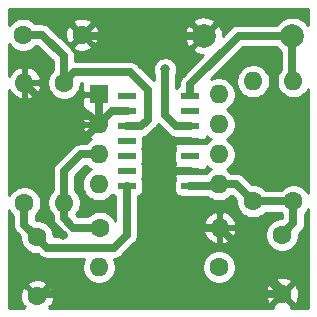
<source format=gbr>
%TF.GenerationSoftware,KiCad,Pcbnew,(5.1.6)-1*%
%TF.CreationDate,2022-09-30T16:18:59-07:00*%
%TF.ProjectId,Single VR Conditioner,53696e67-6c65-4205-9652-20436f6e6469,rev?*%
%TF.SameCoordinates,Original*%
%TF.FileFunction,Copper,L1,Top*%
%TF.FilePolarity,Positive*%
%FSLAX46Y46*%
G04 Gerber Fmt 4.6, Leading zero omitted, Abs format (unit mm)*
G04 Created by KiCad (PCBNEW (5.1.6)-1) date 2022-09-30 16:18:59*
%MOMM*%
%LPD*%
G01*
G04 APERTURE LIST*
%TA.AperFunction,ComponentPad*%
%ADD10O,1.600000X1.600000*%
%TD*%
%TA.AperFunction,ComponentPad*%
%ADD11R,1.600000X1.600000*%
%TD*%
%TA.AperFunction,SMDPad,CuDef*%
%ADD12R,1.500000X0.550000*%
%TD*%
%TA.AperFunction,ComponentPad*%
%ADD13C,1.600000*%
%TD*%
%TA.AperFunction,ComponentPad*%
%ADD14C,2.000000*%
%TD*%
%TA.AperFunction,ViaPad*%
%ADD15C,0.800000*%
%TD*%
%TA.AperFunction,Conductor*%
%ADD16C,0.635000*%
%TD*%
%TA.AperFunction,Conductor*%
%ADD17C,0.381000*%
%TD*%
%TA.AperFunction,Conductor*%
%ADD18C,0.508000*%
%TD*%
%TA.AperFunction,Conductor*%
%ADD19C,0.254000*%
%TD*%
G04 APERTURE END LIST*
D10*
%TO.P,U2,8*%
%TO.N,Net-(U2-Pad8)*%
X144134840Y-85912960D03*
%TO.P,U2,4*%
%TO.N,Net-(U2-Pad4)*%
X133974840Y-93532960D03*
%TO.P,U2,7*%
%TO.N,Vout*%
X144134840Y-88452960D03*
%TO.P,U2,3*%
%TO.N,VR+*%
X133974840Y-90992960D03*
%TO.P,U2,6*%
%TO.N,Net-(U2-Pad6)*%
X144134840Y-90992960D03*
%TO.P,U2,2*%
%TO.N,VR-*%
X133974840Y-88452960D03*
%TO.P,U2,5*%
%TO.N,5Volt*%
X144134840Y-93532960D03*
D11*
%TO.P,U2,1*%
%TO.N,VR-*%
X133974840Y-85912960D03*
%TD*%
D12*
%TO.P,U1,1*%
%TO.N,Net-(U1-Pad1)*%
X136349760Y-86065360D03*
%TO.P,U1,2*%
%TO.N,VR-*%
X136349760Y-87335360D03*
%TO.P,U1,3*%
%TO.N,Net-(C1-Pad1)*%
X136349760Y-88605360D03*
%TO.P,U1,4*%
%TO.N,Net-(U1-Pad4)*%
X136349760Y-89875360D03*
%TO.P,U1,5*%
%TO.N,Net-(U1-Pad5)*%
X136349760Y-91145360D03*
%TO.P,U1,6*%
%TO.N,Net-(U1-Pad6)*%
X136349760Y-92415360D03*
%TO.P,U1,7*%
%TO.N,Net-(C2-Pad1)*%
X136349760Y-93685360D03*
%TO.P,U1,8*%
%TO.N,5Volt*%
X141749760Y-93685360D03*
%TO.P,U1,9*%
%TO.N,VR-*%
X141749760Y-92415360D03*
%TO.P,U1,10*%
%TO.N,Net-(U1-Pad10)*%
X141749760Y-91145360D03*
%TO.P,U1,11*%
%TO.N,VR-*%
X141749760Y-89875360D03*
%TO.P,U1,12*%
%TO.N,Net-(R4-Pad2)*%
X141749760Y-88605360D03*
%TO.P,U1,13*%
%TO.N,Net-(U1-Pad13)*%
X141749760Y-87335360D03*
%TO.P,U1,14*%
%TO.N,Net-(C4-Pad1)*%
X141749760Y-86065360D03*
%TD*%
D13*
%TO.P,C1,2*%
%TO.N,VR-*%
X132579120Y-80853280D03*
%TO.P,C1,1*%
%TO.N,Net-(C1-Pad1)*%
X127579120Y-80853280D03*
%TD*%
%TO.P,C2,1*%
%TO.N,Net-(C2-Pad1)*%
X128747520Y-98003360D03*
%TO.P,C2,2*%
%TO.N,VR-*%
X128747520Y-103003360D03*
%TD*%
%TO.P,C3,1*%
%TO.N,5Volt*%
X149504400Y-97800160D03*
%TO.P,C3,2*%
%TO.N,VR-*%
X149504400Y-102800160D03*
%TD*%
D14*
%TO.P,C4,1*%
%TO.N,Net-(C4-Pad1)*%
X150368000Y-80954880D03*
%TO.P,C4,2*%
%TO.N,VR-*%
X142868000Y-80954880D03*
%TD*%
D10*
%TO.P,R1,2*%
%TO.N,VR-*%
X144236440Y-97195640D03*
D13*
%TO.P,R1,1*%
%TO.N,VR+*%
X134076440Y-97195640D03*
%TD*%
%TO.P,R2,1*%
%TO.N,Net-(C1-Pad1)*%
X131030980Y-84914740D03*
D10*
%TO.P,R2,2*%
%TO.N,VR+*%
X131030980Y-95074740D03*
%TD*%
%TO.P,R3,2*%
%TO.N,VR-*%
X127680720Y-84937600D03*
D13*
%TO.P,R3,1*%
%TO.N,Net-(C2-Pad1)*%
X127680720Y-95097600D03*
%TD*%
%TO.P,R4,1*%
%TO.N,5Volt*%
X147066000Y-94962980D03*
D10*
%TO.P,R4,2*%
%TO.N,Net-(R4-Pad2)*%
X147066000Y-84802980D03*
%TD*%
D13*
%TO.P,R5,1*%
%TO.N,5Volt*%
X150469600Y-94960440D03*
D10*
%TO.P,R5,2*%
%TO.N,Net-(C4-Pad1)*%
X150469600Y-84800440D03*
%TD*%
%TO.P,R6,2*%
%TO.N,Net-(R4-Pad2)*%
X134015480Y-100538280D03*
D13*
%TO.P,R6,1*%
%TO.N,Vout*%
X144175480Y-100538280D03*
%TD*%
D15*
%TO.N,Net-(R4-Pad2)*%
X139598400Y-83784440D03*
%TO.N,VR-*%
X130992880Y-97830640D03*
X132842000Y-95250000D03*
X146558000Y-91694000D03*
X150622000Y-89154000D03*
%TD*%
D16*
%TO.N,Net-(C1-Pad1)*%
X136349760Y-88605360D02*
X137561320Y-88605360D01*
X137561320Y-88605360D02*
X138130280Y-88036400D01*
X138130280Y-88036400D02*
X138130280Y-85552280D01*
X138130280Y-85552280D02*
X136606280Y-84028280D01*
X131917440Y-84028280D02*
X131030980Y-84914740D01*
X136606280Y-84028280D02*
X131917440Y-84028280D01*
X127579120Y-80853280D02*
X129184400Y-80853280D01*
X131030980Y-82699860D02*
X131030980Y-84914740D01*
X129184400Y-80853280D02*
X131030980Y-82699860D01*
%TO.N,Net-(C2-Pad1)*%
X136349760Y-93685360D02*
X136349760Y-97812840D01*
X136349760Y-97812840D02*
X135275320Y-98887280D01*
X129631440Y-98887280D02*
X128747520Y-98003360D01*
X135275320Y-98887280D02*
X129631440Y-98887280D01*
X127680720Y-96936560D02*
X128747520Y-98003360D01*
X127680720Y-95097600D02*
X127680720Y-96936560D01*
D17*
%TO.N,Net-(C4-Pad1)*%
X141749760Y-86065360D02*
X142224760Y-86065360D01*
D18*
X141749760Y-86065360D02*
X141749760Y-85905360D01*
D16*
X150368000Y-84698840D02*
X150469600Y-84800440D01*
X150368000Y-80954880D02*
X150368000Y-84698840D01*
X150368000Y-80954880D02*
X145831560Y-80954880D01*
X141749760Y-85036680D02*
X141749760Y-85905360D01*
X145831560Y-80954880D02*
X141749760Y-85036680D01*
%TO.N,Net-(R4-Pad2)*%
X141749760Y-88605360D02*
X140553440Y-88605360D01*
X140553440Y-88605360D02*
X139598400Y-87650320D01*
X139598400Y-87650320D02*
X139598400Y-83784440D01*
%TO.N,VR-*%
X135092440Y-87335360D02*
X133974840Y-88452960D01*
X136349760Y-87335360D02*
X135092440Y-87335360D01*
X141749760Y-89875360D02*
X140177520Y-89875360D01*
X140177520Y-89875360D02*
X139735560Y-90317320D01*
X140853160Y-97195640D02*
X144236440Y-97195640D01*
X139735560Y-96078040D02*
X140853160Y-97195640D01*
X139832080Y-92415360D02*
X139735560Y-92318840D01*
X139735560Y-90317320D02*
X139735560Y-92318840D01*
X141749760Y-92415360D02*
X139832080Y-92415360D01*
X139735560Y-92318840D02*
X139735560Y-96078040D01*
X132680720Y-80954880D02*
X132579120Y-80853280D01*
X142868000Y-80954880D02*
X132680720Y-80954880D01*
X149504400Y-102463600D02*
X149504400Y-102800160D01*
X144236440Y-97195640D02*
X149504400Y-102463600D01*
X128950720Y-102800160D02*
X128747520Y-103003360D01*
X149504400Y-102800160D02*
X128950720Y-102800160D01*
X127680720Y-84937600D02*
X130469640Y-87726520D01*
X133248400Y-87726520D02*
X133974840Y-88452960D01*
X130469640Y-87726520D02*
X133248400Y-87726520D01*
X133974840Y-88452960D02*
X133085840Y-89341960D01*
X133085840Y-89341960D02*
X130815080Y-89341960D01*
X130815080Y-89341960D02*
X129341880Y-90815160D01*
X129341880Y-90815160D02*
X129341880Y-96179640D01*
X129341880Y-96179640D02*
X130992880Y-97830640D01*
X133974840Y-85912960D02*
X133974840Y-88452960D01*
%TO.N,5Volt*%
X143982440Y-93685360D02*
X144134840Y-93532960D01*
X141749760Y-93685360D02*
X143982440Y-93685360D01*
X145635980Y-93532960D02*
X147066000Y-94962980D01*
X144134840Y-93532960D02*
X145635980Y-93532960D01*
X150467060Y-94962980D02*
X150469600Y-94960440D01*
X147066000Y-94962980D02*
X150467060Y-94962980D01*
X150469600Y-96834960D02*
X149504400Y-97800160D01*
X150469600Y-94960440D02*
X150469600Y-96834960D01*
%TO.N,VR+*%
X133974840Y-90992960D02*
X132461000Y-90992960D01*
X131030980Y-92422980D02*
X131030980Y-95074740D01*
X132461000Y-90992960D02*
X131030980Y-92422980D01*
X131030980Y-95074740D02*
X131030980Y-96395540D01*
X131831080Y-97195640D02*
X134076440Y-97195640D01*
X131030980Y-96395540D02*
X131831080Y-97195640D01*
%TD*%
D19*
%TO.N,VR-*%
G36*
X139846833Y-89245791D02*
G01*
X139876662Y-89282138D01*
X140021699Y-89401166D01*
X140187171Y-89489612D01*
X140366717Y-89544077D01*
X140368571Y-89544260D01*
X140364760Y-89589610D01*
X140523510Y-89748360D01*
X141622760Y-89748360D01*
X141622760Y-89728360D01*
X141876760Y-89728360D01*
X141876760Y-89748360D01*
X142976010Y-89748360D01*
X143134760Y-89589610D01*
X143124937Y-89472729D01*
X143124814Y-89472330D01*
X143220081Y-89567597D01*
X143452599Y-89722960D01*
X143220081Y-89878323D01*
X143036027Y-90062377D01*
X142976010Y-90002360D01*
X141876760Y-90002360D01*
X141876760Y-90022360D01*
X141622760Y-90022360D01*
X141622760Y-90002360D01*
X140523510Y-90002360D01*
X140364760Y-90161110D01*
X140374583Y-90277991D01*
X140411495Y-90397505D01*
X140471014Y-90507521D01*
X140473556Y-90510587D01*
X140469223Y-90515866D01*
X140410258Y-90626180D01*
X140373948Y-90745878D01*
X140361688Y-90870360D01*
X140361688Y-91420360D01*
X140373948Y-91544842D01*
X140410258Y-91664540D01*
X140469223Y-91774854D01*
X140473556Y-91780133D01*
X140471014Y-91783199D01*
X140411495Y-91893215D01*
X140374583Y-92012729D01*
X140364760Y-92129610D01*
X140523510Y-92288360D01*
X141622760Y-92288360D01*
X141622760Y-92268360D01*
X141876760Y-92268360D01*
X141876760Y-92288360D01*
X142976010Y-92288360D01*
X143134760Y-92129610D01*
X143124937Y-92012729D01*
X143124814Y-92012330D01*
X143220081Y-92107597D01*
X143452599Y-92262960D01*
X143220081Y-92418323D01*
X143036027Y-92602377D01*
X142976010Y-92542360D01*
X141876760Y-92542360D01*
X141876760Y-92562360D01*
X141622760Y-92562360D01*
X141622760Y-92542360D01*
X140523510Y-92542360D01*
X140364760Y-92701110D01*
X140374583Y-92817991D01*
X140411495Y-92937505D01*
X140471014Y-93047521D01*
X140473556Y-93050587D01*
X140469223Y-93055866D01*
X140410258Y-93166180D01*
X140373948Y-93285878D01*
X140361688Y-93410360D01*
X140361688Y-93960360D01*
X140373948Y-94084842D01*
X140410258Y-94204540D01*
X140469223Y-94314854D01*
X140548575Y-94411545D01*
X140645266Y-94490897D01*
X140755580Y-94549862D01*
X140875278Y-94586172D01*
X140999760Y-94598432D01*
X141478497Y-94598432D01*
X141563037Y-94624077D01*
X141702975Y-94637860D01*
X143210344Y-94637860D01*
X143220081Y-94647597D01*
X143455113Y-94804640D01*
X143716266Y-94912813D01*
X143993505Y-94967960D01*
X144276175Y-94967960D01*
X144553414Y-94912813D01*
X144814567Y-94804640D01*
X145049599Y-94647597D01*
X145211736Y-94485460D01*
X145241442Y-94485460D01*
X145631000Y-94875018D01*
X145631000Y-95104315D01*
X145686147Y-95381554D01*
X145794320Y-95642707D01*
X145951363Y-95877739D01*
X146151241Y-96077617D01*
X146386273Y-96234660D01*
X146647426Y-96342833D01*
X146924665Y-96397980D01*
X147207335Y-96397980D01*
X147484574Y-96342833D01*
X147745727Y-96234660D01*
X147980759Y-96077617D01*
X148142896Y-95915480D01*
X149395244Y-95915480D01*
X149517101Y-96037337D01*
X149517101Y-96365160D01*
X149363065Y-96365160D01*
X149085826Y-96420307D01*
X148824673Y-96528480D01*
X148589641Y-96685523D01*
X148389763Y-96885401D01*
X148232720Y-97120433D01*
X148124547Y-97381586D01*
X148069400Y-97658825D01*
X148069400Y-97941495D01*
X148124547Y-98218734D01*
X148232720Y-98479887D01*
X148389763Y-98714919D01*
X148589641Y-98914797D01*
X148824673Y-99071840D01*
X149085826Y-99180013D01*
X149363065Y-99235160D01*
X149645735Y-99235160D01*
X149922974Y-99180013D01*
X150184127Y-99071840D01*
X150419159Y-98914797D01*
X150619037Y-98714919D01*
X150776080Y-98479887D01*
X150884253Y-98218734D01*
X150939400Y-97941495D01*
X150939400Y-97712199D01*
X151110036Y-97541563D01*
X151146378Y-97511738D01*
X151265406Y-97366701D01*
X151353852Y-97201229D01*
X151408317Y-97021683D01*
X151422100Y-96881745D01*
X151426708Y-96834960D01*
X151422100Y-96788175D01*
X151422100Y-96037336D01*
X151584237Y-95875199D01*
X151740001Y-95642082D01*
X151740001Y-103988000D01*
X150260242Y-103988000D01*
X150317497Y-103792862D01*
X149504400Y-102979765D01*
X148691303Y-103792862D01*
X148748558Y-103988000D01*
X129801227Y-103988000D01*
X129856497Y-103932730D01*
X129740224Y-103816457D01*
X129984191Y-103744874D01*
X130105091Y-103489364D01*
X130173820Y-103215176D01*
X130187737Y-102932848D01*
X130178525Y-102870672D01*
X148064183Y-102870672D01*
X148105613Y-103150290D01*
X148200797Y-103416452D01*
X148267729Y-103541674D01*
X148511698Y-103613257D01*
X149324795Y-102800160D01*
X149684005Y-102800160D01*
X150497102Y-103613257D01*
X150741071Y-103541674D01*
X150861971Y-103286164D01*
X150930700Y-103011976D01*
X150944617Y-102729648D01*
X150903187Y-102450030D01*
X150808003Y-102183868D01*
X150741071Y-102058646D01*
X150497102Y-101987063D01*
X149684005Y-102800160D01*
X149324795Y-102800160D01*
X148511698Y-101987063D01*
X148267729Y-102058646D01*
X148146829Y-102314156D01*
X148078100Y-102588344D01*
X148064183Y-102870672D01*
X130178525Y-102870672D01*
X130146307Y-102653230D01*
X130051123Y-102387068D01*
X129984191Y-102261846D01*
X129740222Y-102190263D01*
X128927125Y-103003360D01*
X128941268Y-103017503D01*
X128761663Y-103197108D01*
X128747520Y-103182965D01*
X128733378Y-103197108D01*
X128553773Y-103017503D01*
X128567915Y-103003360D01*
X127754818Y-102190263D01*
X127510849Y-102261846D01*
X127389949Y-102517356D01*
X127321220Y-102791544D01*
X127307303Y-103073872D01*
X127348733Y-103353490D01*
X127443917Y-103619652D01*
X127510849Y-103744874D01*
X127754816Y-103816457D01*
X127638543Y-103932730D01*
X127693813Y-103988000D01*
X126390000Y-103988000D01*
X126390000Y-102010658D01*
X127934423Y-102010658D01*
X128747520Y-102823755D01*
X129560617Y-102010658D01*
X129489034Y-101766689D01*
X129233524Y-101645789D01*
X128959336Y-101577060D01*
X128677008Y-101563143D01*
X128397390Y-101604573D01*
X128131228Y-101699757D01*
X128006006Y-101766689D01*
X127934423Y-102010658D01*
X126390000Y-102010658D01*
X126390000Y-95731360D01*
X126409040Y-95777327D01*
X126566083Y-96012359D01*
X126728221Y-96174497D01*
X126728221Y-96889766D01*
X126723612Y-96936560D01*
X126742003Y-97123282D01*
X126796469Y-97302829D01*
X126866523Y-97433891D01*
X126884915Y-97468301D01*
X127003943Y-97613338D01*
X127040284Y-97643162D01*
X127312520Y-97915398D01*
X127312520Y-98144695D01*
X127367667Y-98421934D01*
X127475840Y-98683087D01*
X127632883Y-98918119D01*
X127832761Y-99117997D01*
X128067793Y-99275040D01*
X128328946Y-99383213D01*
X128606185Y-99438360D01*
X128835482Y-99438360D01*
X128924833Y-99527711D01*
X128954662Y-99564058D01*
X129099699Y-99683086D01*
X129182435Y-99727309D01*
X129265170Y-99771532D01*
X129354944Y-99798765D01*
X129444717Y-99825997D01*
X129584655Y-99839780D01*
X129631440Y-99844388D01*
X129678225Y-99839780D01*
X132756344Y-99839780D01*
X132743800Y-99858553D01*
X132635627Y-100119706D01*
X132580480Y-100396945D01*
X132580480Y-100679615D01*
X132635627Y-100956854D01*
X132743800Y-101218007D01*
X132900843Y-101453039D01*
X133100721Y-101652917D01*
X133335753Y-101809960D01*
X133596906Y-101918133D01*
X133874145Y-101973280D01*
X134156815Y-101973280D01*
X134434054Y-101918133D01*
X134695207Y-101809960D01*
X134930239Y-101652917D01*
X135130117Y-101453039D01*
X135287160Y-101218007D01*
X135395333Y-100956854D01*
X135450480Y-100679615D01*
X135450480Y-100396945D01*
X142740480Y-100396945D01*
X142740480Y-100679615D01*
X142795627Y-100956854D01*
X142903800Y-101218007D01*
X143060843Y-101453039D01*
X143260721Y-101652917D01*
X143495753Y-101809960D01*
X143756906Y-101918133D01*
X144034145Y-101973280D01*
X144316815Y-101973280D01*
X144594054Y-101918133D01*
X144855207Y-101809960D01*
X144858951Y-101807458D01*
X148691303Y-101807458D01*
X149504400Y-102620555D01*
X150317497Y-101807458D01*
X150245914Y-101563489D01*
X149990404Y-101442589D01*
X149716216Y-101373860D01*
X149433888Y-101359943D01*
X149154270Y-101401373D01*
X148888108Y-101496557D01*
X148762886Y-101563489D01*
X148691303Y-101807458D01*
X144858951Y-101807458D01*
X145090239Y-101652917D01*
X145290117Y-101453039D01*
X145447160Y-101218007D01*
X145555333Y-100956854D01*
X145610480Y-100679615D01*
X145610480Y-100396945D01*
X145555333Y-100119706D01*
X145447160Y-99858553D01*
X145290117Y-99623521D01*
X145090239Y-99423643D01*
X144855207Y-99266600D01*
X144594054Y-99158427D01*
X144316815Y-99103280D01*
X144034145Y-99103280D01*
X143756906Y-99158427D01*
X143495753Y-99266600D01*
X143260721Y-99423643D01*
X143060843Y-99623521D01*
X142903800Y-99858553D01*
X142795627Y-100119706D01*
X142740480Y-100396945D01*
X135450480Y-100396945D01*
X135395333Y-100119706D01*
X135287160Y-99858553D01*
X135277549Y-99844168D01*
X135322105Y-99839780D01*
X135462043Y-99825997D01*
X135641589Y-99771532D01*
X135807061Y-99683086D01*
X135952098Y-99564058D01*
X135981927Y-99527711D01*
X136990191Y-98519447D01*
X137026538Y-98489618D01*
X137145566Y-98344581D01*
X137212832Y-98218734D01*
X137234012Y-98179110D01*
X137288477Y-97999562D01*
X137300710Y-97875367D01*
X137302260Y-97859625D01*
X137306868Y-97812840D01*
X137302260Y-97766055D01*
X137302260Y-97544679D01*
X142844536Y-97544679D01*
X142885194Y-97678727D01*
X143005403Y-97933060D01*
X143172921Y-98159054D01*
X143381309Y-98348025D01*
X143622559Y-98492710D01*
X143887400Y-98587549D01*
X144109440Y-98466264D01*
X144109440Y-97322640D01*
X144363440Y-97322640D01*
X144363440Y-98466264D01*
X144585480Y-98587549D01*
X144850321Y-98492710D01*
X145091571Y-98348025D01*
X145299959Y-98159054D01*
X145467477Y-97933060D01*
X145587686Y-97678727D01*
X145628344Y-97544679D01*
X145506355Y-97322640D01*
X144363440Y-97322640D01*
X144109440Y-97322640D01*
X142966525Y-97322640D01*
X142844536Y-97544679D01*
X137302260Y-97544679D01*
X137302260Y-96846601D01*
X142844536Y-96846601D01*
X142966525Y-97068640D01*
X144109440Y-97068640D01*
X144109440Y-95925016D01*
X144363440Y-95925016D01*
X144363440Y-97068640D01*
X145506355Y-97068640D01*
X145628344Y-96846601D01*
X145587686Y-96712553D01*
X145467477Y-96458220D01*
X145299959Y-96232226D01*
X145091571Y-96043255D01*
X144850321Y-95898570D01*
X144585480Y-95803731D01*
X144363440Y-95925016D01*
X144109440Y-95925016D01*
X143887400Y-95803731D01*
X143622559Y-95898570D01*
X143381309Y-96043255D01*
X143172921Y-96232226D01*
X143005403Y-96458220D01*
X142885194Y-96712553D01*
X142844536Y-96846601D01*
X137302260Y-96846601D01*
X137302260Y-94562505D01*
X137343940Y-94549862D01*
X137454254Y-94490897D01*
X137550945Y-94411545D01*
X137630297Y-94314854D01*
X137689262Y-94204540D01*
X137725572Y-94084842D01*
X137737832Y-93960360D01*
X137737832Y-93410360D01*
X137725572Y-93285878D01*
X137689262Y-93166180D01*
X137630297Y-93055866D01*
X137625778Y-93050360D01*
X137630297Y-93044854D01*
X137689262Y-92934540D01*
X137725572Y-92814842D01*
X137737832Y-92690360D01*
X137737832Y-92140360D01*
X137725572Y-92015878D01*
X137689262Y-91896180D01*
X137630297Y-91785866D01*
X137625778Y-91780360D01*
X137630297Y-91774854D01*
X137689262Y-91664540D01*
X137725572Y-91544842D01*
X137737832Y-91420360D01*
X137737832Y-90870360D01*
X137725572Y-90745878D01*
X137689262Y-90626180D01*
X137630297Y-90515866D01*
X137625778Y-90510360D01*
X137630297Y-90504854D01*
X137689262Y-90394540D01*
X137725572Y-90274842D01*
X137737832Y-90150360D01*
X137737832Y-89600360D01*
X137732440Y-89545614D01*
X137748043Y-89544077D01*
X137927589Y-89489612D01*
X138093061Y-89401166D01*
X138238098Y-89282138D01*
X138267927Y-89245791D01*
X138770711Y-88743007D01*
X138807058Y-88713178D01*
X138926086Y-88568141D01*
X139010763Y-88409721D01*
X139846833Y-89245791D01*
G37*
X139846833Y-89245791D02*
X139876662Y-89282138D01*
X140021699Y-89401166D01*
X140187171Y-89489612D01*
X140366717Y-89544077D01*
X140368571Y-89544260D01*
X140364760Y-89589610D01*
X140523510Y-89748360D01*
X141622760Y-89748360D01*
X141622760Y-89728360D01*
X141876760Y-89728360D01*
X141876760Y-89748360D01*
X142976010Y-89748360D01*
X143134760Y-89589610D01*
X143124937Y-89472729D01*
X143124814Y-89472330D01*
X143220081Y-89567597D01*
X143452599Y-89722960D01*
X143220081Y-89878323D01*
X143036027Y-90062377D01*
X142976010Y-90002360D01*
X141876760Y-90002360D01*
X141876760Y-90022360D01*
X141622760Y-90022360D01*
X141622760Y-90002360D01*
X140523510Y-90002360D01*
X140364760Y-90161110D01*
X140374583Y-90277991D01*
X140411495Y-90397505D01*
X140471014Y-90507521D01*
X140473556Y-90510587D01*
X140469223Y-90515866D01*
X140410258Y-90626180D01*
X140373948Y-90745878D01*
X140361688Y-90870360D01*
X140361688Y-91420360D01*
X140373948Y-91544842D01*
X140410258Y-91664540D01*
X140469223Y-91774854D01*
X140473556Y-91780133D01*
X140471014Y-91783199D01*
X140411495Y-91893215D01*
X140374583Y-92012729D01*
X140364760Y-92129610D01*
X140523510Y-92288360D01*
X141622760Y-92288360D01*
X141622760Y-92268360D01*
X141876760Y-92268360D01*
X141876760Y-92288360D01*
X142976010Y-92288360D01*
X143134760Y-92129610D01*
X143124937Y-92012729D01*
X143124814Y-92012330D01*
X143220081Y-92107597D01*
X143452599Y-92262960D01*
X143220081Y-92418323D01*
X143036027Y-92602377D01*
X142976010Y-92542360D01*
X141876760Y-92542360D01*
X141876760Y-92562360D01*
X141622760Y-92562360D01*
X141622760Y-92542360D01*
X140523510Y-92542360D01*
X140364760Y-92701110D01*
X140374583Y-92817991D01*
X140411495Y-92937505D01*
X140471014Y-93047521D01*
X140473556Y-93050587D01*
X140469223Y-93055866D01*
X140410258Y-93166180D01*
X140373948Y-93285878D01*
X140361688Y-93410360D01*
X140361688Y-93960360D01*
X140373948Y-94084842D01*
X140410258Y-94204540D01*
X140469223Y-94314854D01*
X140548575Y-94411545D01*
X140645266Y-94490897D01*
X140755580Y-94549862D01*
X140875278Y-94586172D01*
X140999760Y-94598432D01*
X141478497Y-94598432D01*
X141563037Y-94624077D01*
X141702975Y-94637860D01*
X143210344Y-94637860D01*
X143220081Y-94647597D01*
X143455113Y-94804640D01*
X143716266Y-94912813D01*
X143993505Y-94967960D01*
X144276175Y-94967960D01*
X144553414Y-94912813D01*
X144814567Y-94804640D01*
X145049599Y-94647597D01*
X145211736Y-94485460D01*
X145241442Y-94485460D01*
X145631000Y-94875018D01*
X145631000Y-95104315D01*
X145686147Y-95381554D01*
X145794320Y-95642707D01*
X145951363Y-95877739D01*
X146151241Y-96077617D01*
X146386273Y-96234660D01*
X146647426Y-96342833D01*
X146924665Y-96397980D01*
X147207335Y-96397980D01*
X147484574Y-96342833D01*
X147745727Y-96234660D01*
X147980759Y-96077617D01*
X148142896Y-95915480D01*
X149395244Y-95915480D01*
X149517101Y-96037337D01*
X149517101Y-96365160D01*
X149363065Y-96365160D01*
X149085826Y-96420307D01*
X148824673Y-96528480D01*
X148589641Y-96685523D01*
X148389763Y-96885401D01*
X148232720Y-97120433D01*
X148124547Y-97381586D01*
X148069400Y-97658825D01*
X148069400Y-97941495D01*
X148124547Y-98218734D01*
X148232720Y-98479887D01*
X148389763Y-98714919D01*
X148589641Y-98914797D01*
X148824673Y-99071840D01*
X149085826Y-99180013D01*
X149363065Y-99235160D01*
X149645735Y-99235160D01*
X149922974Y-99180013D01*
X150184127Y-99071840D01*
X150419159Y-98914797D01*
X150619037Y-98714919D01*
X150776080Y-98479887D01*
X150884253Y-98218734D01*
X150939400Y-97941495D01*
X150939400Y-97712199D01*
X151110036Y-97541563D01*
X151146378Y-97511738D01*
X151265406Y-97366701D01*
X151353852Y-97201229D01*
X151408317Y-97021683D01*
X151422100Y-96881745D01*
X151426708Y-96834960D01*
X151422100Y-96788175D01*
X151422100Y-96037336D01*
X151584237Y-95875199D01*
X151740001Y-95642082D01*
X151740001Y-103988000D01*
X150260242Y-103988000D01*
X150317497Y-103792862D01*
X149504400Y-102979765D01*
X148691303Y-103792862D01*
X148748558Y-103988000D01*
X129801227Y-103988000D01*
X129856497Y-103932730D01*
X129740224Y-103816457D01*
X129984191Y-103744874D01*
X130105091Y-103489364D01*
X130173820Y-103215176D01*
X130187737Y-102932848D01*
X130178525Y-102870672D01*
X148064183Y-102870672D01*
X148105613Y-103150290D01*
X148200797Y-103416452D01*
X148267729Y-103541674D01*
X148511698Y-103613257D01*
X149324795Y-102800160D01*
X149684005Y-102800160D01*
X150497102Y-103613257D01*
X150741071Y-103541674D01*
X150861971Y-103286164D01*
X150930700Y-103011976D01*
X150944617Y-102729648D01*
X150903187Y-102450030D01*
X150808003Y-102183868D01*
X150741071Y-102058646D01*
X150497102Y-101987063D01*
X149684005Y-102800160D01*
X149324795Y-102800160D01*
X148511698Y-101987063D01*
X148267729Y-102058646D01*
X148146829Y-102314156D01*
X148078100Y-102588344D01*
X148064183Y-102870672D01*
X130178525Y-102870672D01*
X130146307Y-102653230D01*
X130051123Y-102387068D01*
X129984191Y-102261846D01*
X129740222Y-102190263D01*
X128927125Y-103003360D01*
X128941268Y-103017503D01*
X128761663Y-103197108D01*
X128747520Y-103182965D01*
X128733378Y-103197108D01*
X128553773Y-103017503D01*
X128567915Y-103003360D01*
X127754818Y-102190263D01*
X127510849Y-102261846D01*
X127389949Y-102517356D01*
X127321220Y-102791544D01*
X127307303Y-103073872D01*
X127348733Y-103353490D01*
X127443917Y-103619652D01*
X127510849Y-103744874D01*
X127754816Y-103816457D01*
X127638543Y-103932730D01*
X127693813Y-103988000D01*
X126390000Y-103988000D01*
X126390000Y-102010658D01*
X127934423Y-102010658D01*
X128747520Y-102823755D01*
X129560617Y-102010658D01*
X129489034Y-101766689D01*
X129233524Y-101645789D01*
X128959336Y-101577060D01*
X128677008Y-101563143D01*
X128397390Y-101604573D01*
X128131228Y-101699757D01*
X128006006Y-101766689D01*
X127934423Y-102010658D01*
X126390000Y-102010658D01*
X126390000Y-95731360D01*
X126409040Y-95777327D01*
X126566083Y-96012359D01*
X126728221Y-96174497D01*
X126728221Y-96889766D01*
X126723612Y-96936560D01*
X126742003Y-97123282D01*
X126796469Y-97302829D01*
X126866523Y-97433891D01*
X126884915Y-97468301D01*
X127003943Y-97613338D01*
X127040284Y-97643162D01*
X127312520Y-97915398D01*
X127312520Y-98144695D01*
X127367667Y-98421934D01*
X127475840Y-98683087D01*
X127632883Y-98918119D01*
X127832761Y-99117997D01*
X128067793Y-99275040D01*
X128328946Y-99383213D01*
X128606185Y-99438360D01*
X128835482Y-99438360D01*
X128924833Y-99527711D01*
X128954662Y-99564058D01*
X129099699Y-99683086D01*
X129182435Y-99727309D01*
X129265170Y-99771532D01*
X129354944Y-99798765D01*
X129444717Y-99825997D01*
X129584655Y-99839780D01*
X129631440Y-99844388D01*
X129678225Y-99839780D01*
X132756344Y-99839780D01*
X132743800Y-99858553D01*
X132635627Y-100119706D01*
X132580480Y-100396945D01*
X132580480Y-100679615D01*
X132635627Y-100956854D01*
X132743800Y-101218007D01*
X132900843Y-101453039D01*
X133100721Y-101652917D01*
X133335753Y-101809960D01*
X133596906Y-101918133D01*
X133874145Y-101973280D01*
X134156815Y-101973280D01*
X134434054Y-101918133D01*
X134695207Y-101809960D01*
X134930239Y-101652917D01*
X135130117Y-101453039D01*
X135287160Y-101218007D01*
X135395333Y-100956854D01*
X135450480Y-100679615D01*
X135450480Y-100396945D01*
X142740480Y-100396945D01*
X142740480Y-100679615D01*
X142795627Y-100956854D01*
X142903800Y-101218007D01*
X143060843Y-101453039D01*
X143260721Y-101652917D01*
X143495753Y-101809960D01*
X143756906Y-101918133D01*
X144034145Y-101973280D01*
X144316815Y-101973280D01*
X144594054Y-101918133D01*
X144855207Y-101809960D01*
X144858951Y-101807458D01*
X148691303Y-101807458D01*
X149504400Y-102620555D01*
X150317497Y-101807458D01*
X150245914Y-101563489D01*
X149990404Y-101442589D01*
X149716216Y-101373860D01*
X149433888Y-101359943D01*
X149154270Y-101401373D01*
X148888108Y-101496557D01*
X148762886Y-101563489D01*
X148691303Y-101807458D01*
X144858951Y-101807458D01*
X145090239Y-101652917D01*
X145290117Y-101453039D01*
X145447160Y-101218007D01*
X145555333Y-100956854D01*
X145610480Y-100679615D01*
X145610480Y-100396945D01*
X145555333Y-100119706D01*
X145447160Y-99858553D01*
X145290117Y-99623521D01*
X145090239Y-99423643D01*
X144855207Y-99266600D01*
X144594054Y-99158427D01*
X144316815Y-99103280D01*
X144034145Y-99103280D01*
X143756906Y-99158427D01*
X143495753Y-99266600D01*
X143260721Y-99423643D01*
X143060843Y-99623521D01*
X142903800Y-99858553D01*
X142795627Y-100119706D01*
X142740480Y-100396945D01*
X135450480Y-100396945D01*
X135395333Y-100119706D01*
X135287160Y-99858553D01*
X135277549Y-99844168D01*
X135322105Y-99839780D01*
X135462043Y-99825997D01*
X135641589Y-99771532D01*
X135807061Y-99683086D01*
X135952098Y-99564058D01*
X135981927Y-99527711D01*
X136990191Y-98519447D01*
X137026538Y-98489618D01*
X137145566Y-98344581D01*
X137212832Y-98218734D01*
X137234012Y-98179110D01*
X137288477Y-97999562D01*
X137300710Y-97875367D01*
X137302260Y-97859625D01*
X137306868Y-97812840D01*
X137302260Y-97766055D01*
X137302260Y-97544679D01*
X142844536Y-97544679D01*
X142885194Y-97678727D01*
X143005403Y-97933060D01*
X143172921Y-98159054D01*
X143381309Y-98348025D01*
X143622559Y-98492710D01*
X143887400Y-98587549D01*
X144109440Y-98466264D01*
X144109440Y-97322640D01*
X144363440Y-97322640D01*
X144363440Y-98466264D01*
X144585480Y-98587549D01*
X144850321Y-98492710D01*
X145091571Y-98348025D01*
X145299959Y-98159054D01*
X145467477Y-97933060D01*
X145587686Y-97678727D01*
X145628344Y-97544679D01*
X145506355Y-97322640D01*
X144363440Y-97322640D01*
X144109440Y-97322640D01*
X142966525Y-97322640D01*
X142844536Y-97544679D01*
X137302260Y-97544679D01*
X137302260Y-96846601D01*
X142844536Y-96846601D01*
X142966525Y-97068640D01*
X144109440Y-97068640D01*
X144109440Y-95925016D01*
X144363440Y-95925016D01*
X144363440Y-97068640D01*
X145506355Y-97068640D01*
X145628344Y-96846601D01*
X145587686Y-96712553D01*
X145467477Y-96458220D01*
X145299959Y-96232226D01*
X145091571Y-96043255D01*
X144850321Y-95898570D01*
X144585480Y-95803731D01*
X144363440Y-95925016D01*
X144109440Y-95925016D01*
X143887400Y-95803731D01*
X143622559Y-95898570D01*
X143381309Y-96043255D01*
X143172921Y-96232226D01*
X143005403Y-96458220D01*
X142885194Y-96712553D01*
X142844536Y-96846601D01*
X137302260Y-96846601D01*
X137302260Y-94562505D01*
X137343940Y-94549862D01*
X137454254Y-94490897D01*
X137550945Y-94411545D01*
X137630297Y-94314854D01*
X137689262Y-94204540D01*
X137725572Y-94084842D01*
X137737832Y-93960360D01*
X137737832Y-93410360D01*
X137725572Y-93285878D01*
X137689262Y-93166180D01*
X137630297Y-93055866D01*
X137625778Y-93050360D01*
X137630297Y-93044854D01*
X137689262Y-92934540D01*
X137725572Y-92814842D01*
X137737832Y-92690360D01*
X137737832Y-92140360D01*
X137725572Y-92015878D01*
X137689262Y-91896180D01*
X137630297Y-91785866D01*
X137625778Y-91780360D01*
X137630297Y-91774854D01*
X137689262Y-91664540D01*
X137725572Y-91544842D01*
X137737832Y-91420360D01*
X137737832Y-90870360D01*
X137725572Y-90745878D01*
X137689262Y-90626180D01*
X137630297Y-90515866D01*
X137625778Y-90510360D01*
X137630297Y-90504854D01*
X137689262Y-90394540D01*
X137725572Y-90274842D01*
X137737832Y-90150360D01*
X137737832Y-89600360D01*
X137732440Y-89545614D01*
X137748043Y-89544077D01*
X137927589Y-89489612D01*
X138093061Y-89401166D01*
X138238098Y-89282138D01*
X138267927Y-89245791D01*
X138770711Y-88743007D01*
X138807058Y-88713178D01*
X138926086Y-88568141D01*
X139010763Y-88409721D01*
X139846833Y-89245791D01*
G36*
X126464483Y-81768039D02*
G01*
X126664361Y-81967917D01*
X126899393Y-82124960D01*
X127160546Y-82233133D01*
X127437785Y-82288280D01*
X127720455Y-82288280D01*
X127997694Y-82233133D01*
X128258847Y-82124960D01*
X128493879Y-81967917D01*
X128656016Y-81805780D01*
X128789862Y-81805780D01*
X130078480Y-83094398D01*
X130078481Y-83837843D01*
X129916343Y-83999981D01*
X129759300Y-84235013D01*
X129651127Y-84496166D01*
X129595980Y-84773405D01*
X129595980Y-85056075D01*
X129651127Y-85333314D01*
X129759300Y-85594467D01*
X129916343Y-85829499D01*
X130116221Y-86029377D01*
X130351253Y-86186420D01*
X130612406Y-86294593D01*
X130889645Y-86349740D01*
X131172315Y-86349740D01*
X131449554Y-86294593D01*
X131710707Y-86186420D01*
X131945739Y-86029377D01*
X132145617Y-85829499D01*
X132302660Y-85594467D01*
X132410833Y-85333314D01*
X132465980Y-85056075D01*
X132465980Y-84980780D01*
X132551363Y-84980780D01*
X132549028Y-84988478D01*
X132536768Y-85112960D01*
X132539840Y-85627210D01*
X132698590Y-85785960D01*
X133847840Y-85785960D01*
X133847840Y-85765960D01*
X134101840Y-85765960D01*
X134101840Y-85785960D01*
X134121840Y-85785960D01*
X134121840Y-86039960D01*
X134101840Y-86039960D01*
X134101840Y-88325960D01*
X134121840Y-88325960D01*
X134121840Y-88579960D01*
X134101840Y-88579960D01*
X134101840Y-88599960D01*
X133847840Y-88599960D01*
X133847840Y-88579960D01*
X132704925Y-88579960D01*
X132582936Y-88801999D01*
X132623594Y-88936047D01*
X132743803Y-89190380D01*
X132911321Y-89416374D01*
X133119709Y-89605345D01*
X133305705Y-89716893D01*
X133295113Y-89721280D01*
X133060081Y-89878323D01*
X132897944Y-90040460D01*
X132507785Y-90040460D01*
X132461000Y-90035852D01*
X132414215Y-90040460D01*
X132274277Y-90054243D01*
X132195299Y-90078201D01*
X132094730Y-90108708D01*
X132016805Y-90150360D01*
X131929259Y-90197154D01*
X131784222Y-90316182D01*
X131754393Y-90352529D01*
X130390549Y-91716373D01*
X130354202Y-91746202D01*
X130235174Y-91891239D01*
X130146728Y-92056712D01*
X130124615Y-92129610D01*
X130092263Y-92236258D01*
X130073872Y-92422980D01*
X130078480Y-92469765D01*
X130078481Y-93997843D01*
X129916343Y-94159981D01*
X129759300Y-94395013D01*
X129651127Y-94656166D01*
X129595980Y-94933405D01*
X129595980Y-95216075D01*
X129651127Y-95493314D01*
X129759300Y-95754467D01*
X129916343Y-95989499D01*
X130078481Y-96151637D01*
X130078481Y-96348746D01*
X130073872Y-96395540D01*
X130092263Y-96582262D01*
X130146729Y-96761809D01*
X130235174Y-96927280D01*
X130242790Y-96936560D01*
X130354203Y-97072318D01*
X130390544Y-97102142D01*
X131124477Y-97836076D01*
X131154302Y-97872418D01*
X131230291Y-97934780D01*
X130182520Y-97934780D01*
X130182520Y-97862025D01*
X130127373Y-97584786D01*
X130019200Y-97323633D01*
X129862157Y-97088601D01*
X129662279Y-96888723D01*
X129427247Y-96731680D01*
X129166094Y-96623507D01*
X128888855Y-96568360D01*
X128659558Y-96568360D01*
X128633220Y-96542022D01*
X128633220Y-96174496D01*
X128795357Y-96012359D01*
X128952400Y-95777327D01*
X129060573Y-95516174D01*
X129115720Y-95238935D01*
X129115720Y-94956265D01*
X129060573Y-94679026D01*
X128952400Y-94417873D01*
X128795357Y-94182841D01*
X128595479Y-93982963D01*
X128360447Y-93825920D01*
X128099294Y-93717747D01*
X127822055Y-93662600D01*
X127539385Y-93662600D01*
X127262146Y-93717747D01*
X127000993Y-93825920D01*
X126765961Y-93982963D01*
X126566083Y-94182841D01*
X126409040Y-94417873D01*
X126390000Y-94463840D01*
X126390000Y-86712960D01*
X132536768Y-86712960D01*
X132549028Y-86837442D01*
X132585338Y-86957140D01*
X132644303Y-87067454D01*
X132723655Y-87164145D01*
X132820346Y-87243497D01*
X132930660Y-87302462D01*
X133050358Y-87338772D01*
X133074920Y-87341191D01*
X132911321Y-87489546D01*
X132743803Y-87715540D01*
X132623594Y-87969873D01*
X132582936Y-88103921D01*
X132704925Y-88325960D01*
X133847840Y-88325960D01*
X133847840Y-86039960D01*
X132698590Y-86039960D01*
X132539840Y-86198710D01*
X132536768Y-86712960D01*
X126390000Y-86712960D01*
X126390000Y-85562069D01*
X126528335Y-85792731D01*
X126717306Y-86001119D01*
X126943300Y-86168637D01*
X127197633Y-86288846D01*
X127331681Y-86329504D01*
X127553720Y-86207515D01*
X127553720Y-85064600D01*
X127807720Y-85064600D01*
X127807720Y-86207515D01*
X128029759Y-86329504D01*
X128163807Y-86288846D01*
X128418140Y-86168637D01*
X128644134Y-86001119D01*
X128833105Y-85792731D01*
X128977790Y-85551481D01*
X129072629Y-85286640D01*
X128951344Y-85064600D01*
X127807720Y-85064600D01*
X127553720Y-85064600D01*
X127533720Y-85064600D01*
X127533720Y-84810600D01*
X127553720Y-84810600D01*
X127553720Y-83667685D01*
X127807720Y-83667685D01*
X127807720Y-84810600D01*
X128951344Y-84810600D01*
X129072629Y-84588560D01*
X128977790Y-84323719D01*
X128833105Y-84082469D01*
X128644134Y-83874081D01*
X128418140Y-83706563D01*
X128163807Y-83586354D01*
X128029759Y-83545696D01*
X127807720Y-83667685D01*
X127553720Y-83667685D01*
X127331681Y-83545696D01*
X127197633Y-83586354D01*
X126943300Y-83706563D01*
X126717306Y-83874081D01*
X126528335Y-84082469D01*
X126390000Y-84313131D01*
X126390000Y-81656567D01*
X126464483Y-81768039D01*
G37*
X126464483Y-81768039D02*
X126664361Y-81967917D01*
X126899393Y-82124960D01*
X127160546Y-82233133D01*
X127437785Y-82288280D01*
X127720455Y-82288280D01*
X127997694Y-82233133D01*
X128258847Y-82124960D01*
X128493879Y-81967917D01*
X128656016Y-81805780D01*
X128789862Y-81805780D01*
X130078480Y-83094398D01*
X130078481Y-83837843D01*
X129916343Y-83999981D01*
X129759300Y-84235013D01*
X129651127Y-84496166D01*
X129595980Y-84773405D01*
X129595980Y-85056075D01*
X129651127Y-85333314D01*
X129759300Y-85594467D01*
X129916343Y-85829499D01*
X130116221Y-86029377D01*
X130351253Y-86186420D01*
X130612406Y-86294593D01*
X130889645Y-86349740D01*
X131172315Y-86349740D01*
X131449554Y-86294593D01*
X131710707Y-86186420D01*
X131945739Y-86029377D01*
X132145617Y-85829499D01*
X132302660Y-85594467D01*
X132410833Y-85333314D01*
X132465980Y-85056075D01*
X132465980Y-84980780D01*
X132551363Y-84980780D01*
X132549028Y-84988478D01*
X132536768Y-85112960D01*
X132539840Y-85627210D01*
X132698590Y-85785960D01*
X133847840Y-85785960D01*
X133847840Y-85765960D01*
X134101840Y-85765960D01*
X134101840Y-85785960D01*
X134121840Y-85785960D01*
X134121840Y-86039960D01*
X134101840Y-86039960D01*
X134101840Y-88325960D01*
X134121840Y-88325960D01*
X134121840Y-88579960D01*
X134101840Y-88579960D01*
X134101840Y-88599960D01*
X133847840Y-88599960D01*
X133847840Y-88579960D01*
X132704925Y-88579960D01*
X132582936Y-88801999D01*
X132623594Y-88936047D01*
X132743803Y-89190380D01*
X132911321Y-89416374D01*
X133119709Y-89605345D01*
X133305705Y-89716893D01*
X133295113Y-89721280D01*
X133060081Y-89878323D01*
X132897944Y-90040460D01*
X132507785Y-90040460D01*
X132461000Y-90035852D01*
X132414215Y-90040460D01*
X132274277Y-90054243D01*
X132195299Y-90078201D01*
X132094730Y-90108708D01*
X132016805Y-90150360D01*
X131929259Y-90197154D01*
X131784222Y-90316182D01*
X131754393Y-90352529D01*
X130390549Y-91716373D01*
X130354202Y-91746202D01*
X130235174Y-91891239D01*
X130146728Y-92056712D01*
X130124615Y-92129610D01*
X130092263Y-92236258D01*
X130073872Y-92422980D01*
X130078480Y-92469765D01*
X130078481Y-93997843D01*
X129916343Y-94159981D01*
X129759300Y-94395013D01*
X129651127Y-94656166D01*
X129595980Y-94933405D01*
X129595980Y-95216075D01*
X129651127Y-95493314D01*
X129759300Y-95754467D01*
X129916343Y-95989499D01*
X130078481Y-96151637D01*
X130078481Y-96348746D01*
X130073872Y-96395540D01*
X130092263Y-96582262D01*
X130146729Y-96761809D01*
X130235174Y-96927280D01*
X130242790Y-96936560D01*
X130354203Y-97072318D01*
X130390544Y-97102142D01*
X131124477Y-97836076D01*
X131154302Y-97872418D01*
X131230291Y-97934780D01*
X130182520Y-97934780D01*
X130182520Y-97862025D01*
X130127373Y-97584786D01*
X130019200Y-97323633D01*
X129862157Y-97088601D01*
X129662279Y-96888723D01*
X129427247Y-96731680D01*
X129166094Y-96623507D01*
X128888855Y-96568360D01*
X128659558Y-96568360D01*
X128633220Y-96542022D01*
X128633220Y-96174496D01*
X128795357Y-96012359D01*
X128952400Y-95777327D01*
X129060573Y-95516174D01*
X129115720Y-95238935D01*
X129115720Y-94956265D01*
X129060573Y-94679026D01*
X128952400Y-94417873D01*
X128795357Y-94182841D01*
X128595479Y-93982963D01*
X128360447Y-93825920D01*
X128099294Y-93717747D01*
X127822055Y-93662600D01*
X127539385Y-93662600D01*
X127262146Y-93717747D01*
X127000993Y-93825920D01*
X126765961Y-93982963D01*
X126566083Y-94182841D01*
X126409040Y-94417873D01*
X126390000Y-94463840D01*
X126390000Y-86712960D01*
X132536768Y-86712960D01*
X132549028Y-86837442D01*
X132585338Y-86957140D01*
X132644303Y-87067454D01*
X132723655Y-87164145D01*
X132820346Y-87243497D01*
X132930660Y-87302462D01*
X133050358Y-87338772D01*
X133074920Y-87341191D01*
X132911321Y-87489546D01*
X132743803Y-87715540D01*
X132623594Y-87969873D01*
X132582936Y-88103921D01*
X132704925Y-88325960D01*
X133847840Y-88325960D01*
X133847840Y-86039960D01*
X132698590Y-86039960D01*
X132539840Y-86198710D01*
X132536768Y-86712960D01*
X126390000Y-86712960D01*
X126390000Y-85562069D01*
X126528335Y-85792731D01*
X126717306Y-86001119D01*
X126943300Y-86168637D01*
X127197633Y-86288846D01*
X127331681Y-86329504D01*
X127553720Y-86207515D01*
X127553720Y-85064600D01*
X127807720Y-85064600D01*
X127807720Y-86207515D01*
X128029759Y-86329504D01*
X128163807Y-86288846D01*
X128418140Y-86168637D01*
X128644134Y-86001119D01*
X128833105Y-85792731D01*
X128977790Y-85551481D01*
X129072629Y-85286640D01*
X128951344Y-85064600D01*
X127807720Y-85064600D01*
X127553720Y-85064600D01*
X127533720Y-85064600D01*
X127533720Y-84810600D01*
X127553720Y-84810600D01*
X127553720Y-83667685D01*
X127807720Y-83667685D01*
X127807720Y-84810600D01*
X128951344Y-84810600D01*
X129072629Y-84588560D01*
X128977790Y-84323719D01*
X128833105Y-84082469D01*
X128644134Y-83874081D01*
X128418140Y-83706563D01*
X128163807Y-83586354D01*
X128029759Y-83545696D01*
X127807720Y-83667685D01*
X127553720Y-83667685D01*
X127331681Y-83545696D01*
X127197633Y-83586354D01*
X126943300Y-83706563D01*
X126717306Y-83874081D01*
X126528335Y-84082469D01*
X126390000Y-84313131D01*
X126390000Y-81656567D01*
X126464483Y-81768039D01*
G36*
X133060081Y-92107597D02*
G01*
X133292599Y-92262960D01*
X133060081Y-92418323D01*
X132860203Y-92618201D01*
X132703160Y-92853233D01*
X132594987Y-93114386D01*
X132539840Y-93391625D01*
X132539840Y-93674295D01*
X132594987Y-93951534D01*
X132703160Y-94212687D01*
X132860203Y-94447719D01*
X133060081Y-94647597D01*
X133295113Y-94804640D01*
X133556266Y-94912813D01*
X133833505Y-94967960D01*
X134116175Y-94967960D01*
X134393414Y-94912813D01*
X134654567Y-94804640D01*
X134889599Y-94647597D01*
X135089477Y-94447719D01*
X135129323Y-94388086D01*
X135148575Y-94411545D01*
X135245266Y-94490897D01*
X135355580Y-94549862D01*
X135397260Y-94562506D01*
X135397261Y-96634549D01*
X135348120Y-96515913D01*
X135191077Y-96280881D01*
X134991199Y-96081003D01*
X134756167Y-95923960D01*
X134495014Y-95815787D01*
X134217775Y-95760640D01*
X133935105Y-95760640D01*
X133657866Y-95815787D01*
X133396713Y-95923960D01*
X133161681Y-96081003D01*
X132999544Y-96243140D01*
X132225619Y-96243140D01*
X132058797Y-96076319D01*
X132145617Y-95989499D01*
X132302660Y-95754467D01*
X132410833Y-95493314D01*
X132465980Y-95216075D01*
X132465980Y-94933405D01*
X132410833Y-94656166D01*
X132302660Y-94395013D01*
X132145617Y-94159981D01*
X131983480Y-93997844D01*
X131983480Y-92817518D01*
X132855538Y-91945460D01*
X132897944Y-91945460D01*
X133060081Y-92107597D01*
G37*
X133060081Y-92107597D02*
X133292599Y-92262960D01*
X133060081Y-92418323D01*
X132860203Y-92618201D01*
X132703160Y-92853233D01*
X132594987Y-93114386D01*
X132539840Y-93391625D01*
X132539840Y-93674295D01*
X132594987Y-93951534D01*
X132703160Y-94212687D01*
X132860203Y-94447719D01*
X133060081Y-94647597D01*
X133295113Y-94804640D01*
X133556266Y-94912813D01*
X133833505Y-94967960D01*
X134116175Y-94967960D01*
X134393414Y-94912813D01*
X134654567Y-94804640D01*
X134889599Y-94647597D01*
X135089477Y-94447719D01*
X135129323Y-94388086D01*
X135148575Y-94411545D01*
X135245266Y-94490897D01*
X135355580Y-94549862D01*
X135397260Y-94562506D01*
X135397261Y-96634549D01*
X135348120Y-96515913D01*
X135191077Y-96280881D01*
X134991199Y-96081003D01*
X134756167Y-95923960D01*
X134495014Y-95815787D01*
X134217775Y-95760640D01*
X133935105Y-95760640D01*
X133657866Y-95815787D01*
X133396713Y-95923960D01*
X133161681Y-96081003D01*
X132999544Y-96243140D01*
X132225619Y-96243140D01*
X132058797Y-96076319D01*
X132145617Y-95989499D01*
X132302660Y-95754467D01*
X132410833Y-95493314D01*
X132465980Y-95216075D01*
X132465980Y-94933405D01*
X132410833Y-94656166D01*
X132302660Y-94395013D01*
X132145617Y-94159981D01*
X131983480Y-93997844D01*
X131983480Y-92817518D01*
X132855538Y-91945460D01*
X132897944Y-91945460D01*
X133060081Y-92107597D01*
G36*
X149098013Y-81997132D02*
G01*
X149325748Y-82224867D01*
X149415500Y-82284838D01*
X149415501Y-83825143D01*
X149354963Y-83885681D01*
X149197920Y-84120713D01*
X149089747Y-84381866D01*
X149034600Y-84659105D01*
X149034600Y-84941775D01*
X149089747Y-85219014D01*
X149197920Y-85480167D01*
X149354963Y-85715199D01*
X149554841Y-85915077D01*
X149789873Y-86072120D01*
X150051026Y-86180293D01*
X150328265Y-86235440D01*
X150610935Y-86235440D01*
X150888174Y-86180293D01*
X151149327Y-86072120D01*
X151384359Y-85915077D01*
X151584237Y-85715199D01*
X151740000Y-85482082D01*
X151740001Y-94278798D01*
X151584237Y-94045681D01*
X151384359Y-93845803D01*
X151149327Y-93688760D01*
X150888174Y-93580587D01*
X150610935Y-93525440D01*
X150328265Y-93525440D01*
X150051026Y-93580587D01*
X149789873Y-93688760D01*
X149554841Y-93845803D01*
X149390164Y-94010480D01*
X148142896Y-94010480D01*
X147980759Y-93848343D01*
X147745727Y-93691300D01*
X147484574Y-93583127D01*
X147207335Y-93527980D01*
X146978038Y-93527980D01*
X146342587Y-92892529D01*
X146312758Y-92856182D01*
X146167721Y-92737154D01*
X146002249Y-92648708D01*
X145822703Y-92594243D01*
X145682765Y-92580460D01*
X145635980Y-92575852D01*
X145589195Y-92580460D01*
X145211736Y-92580460D01*
X145049599Y-92418323D01*
X144817081Y-92262960D01*
X145049599Y-92107597D01*
X145249477Y-91907719D01*
X145406520Y-91672687D01*
X145514693Y-91411534D01*
X145569840Y-91134295D01*
X145569840Y-90851625D01*
X145514693Y-90574386D01*
X145406520Y-90313233D01*
X145249477Y-90078201D01*
X145049599Y-89878323D01*
X144817081Y-89722960D01*
X145049599Y-89567597D01*
X145249477Y-89367719D01*
X145406520Y-89132687D01*
X145514693Y-88871534D01*
X145569840Y-88594295D01*
X145569840Y-88311625D01*
X145514693Y-88034386D01*
X145406520Y-87773233D01*
X145249477Y-87538201D01*
X145049599Y-87338323D01*
X144817081Y-87182960D01*
X145049599Y-87027597D01*
X145249477Y-86827719D01*
X145406520Y-86592687D01*
X145514693Y-86331534D01*
X145569840Y-86054295D01*
X145569840Y-85771625D01*
X145514693Y-85494386D01*
X145406520Y-85233233D01*
X145249477Y-84998201D01*
X145049599Y-84798323D01*
X144845046Y-84661645D01*
X145631000Y-84661645D01*
X145631000Y-84944315D01*
X145686147Y-85221554D01*
X145794320Y-85482707D01*
X145951363Y-85717739D01*
X146151241Y-85917617D01*
X146386273Y-86074660D01*
X146647426Y-86182833D01*
X146924665Y-86237980D01*
X147207335Y-86237980D01*
X147484574Y-86182833D01*
X147745727Y-86074660D01*
X147980759Y-85917617D01*
X148180637Y-85717739D01*
X148337680Y-85482707D01*
X148445853Y-85221554D01*
X148501000Y-84944315D01*
X148501000Y-84661645D01*
X148445853Y-84384406D01*
X148337680Y-84123253D01*
X148180637Y-83888221D01*
X147980759Y-83688343D01*
X147745727Y-83531300D01*
X147484574Y-83423127D01*
X147207335Y-83367980D01*
X146924665Y-83367980D01*
X146647426Y-83423127D01*
X146386273Y-83531300D01*
X146151241Y-83688343D01*
X145951363Y-83888221D01*
X145794320Y-84123253D01*
X145686147Y-84384406D01*
X145631000Y-84661645D01*
X144845046Y-84661645D01*
X144814567Y-84641280D01*
X144553414Y-84533107D01*
X144276175Y-84477960D01*
X143993505Y-84477960D01*
X143716266Y-84533107D01*
X143518421Y-84615057D01*
X146226099Y-81907380D01*
X149038043Y-81907380D01*
X149098013Y-81997132D01*
G37*
X149098013Y-81997132D02*
X149325748Y-82224867D01*
X149415500Y-82284838D01*
X149415501Y-83825143D01*
X149354963Y-83885681D01*
X149197920Y-84120713D01*
X149089747Y-84381866D01*
X149034600Y-84659105D01*
X149034600Y-84941775D01*
X149089747Y-85219014D01*
X149197920Y-85480167D01*
X149354963Y-85715199D01*
X149554841Y-85915077D01*
X149789873Y-86072120D01*
X150051026Y-86180293D01*
X150328265Y-86235440D01*
X150610935Y-86235440D01*
X150888174Y-86180293D01*
X151149327Y-86072120D01*
X151384359Y-85915077D01*
X151584237Y-85715199D01*
X151740000Y-85482082D01*
X151740001Y-94278798D01*
X151584237Y-94045681D01*
X151384359Y-93845803D01*
X151149327Y-93688760D01*
X150888174Y-93580587D01*
X150610935Y-93525440D01*
X150328265Y-93525440D01*
X150051026Y-93580587D01*
X149789873Y-93688760D01*
X149554841Y-93845803D01*
X149390164Y-94010480D01*
X148142896Y-94010480D01*
X147980759Y-93848343D01*
X147745727Y-93691300D01*
X147484574Y-93583127D01*
X147207335Y-93527980D01*
X146978038Y-93527980D01*
X146342587Y-92892529D01*
X146312758Y-92856182D01*
X146167721Y-92737154D01*
X146002249Y-92648708D01*
X145822703Y-92594243D01*
X145682765Y-92580460D01*
X145635980Y-92575852D01*
X145589195Y-92580460D01*
X145211736Y-92580460D01*
X145049599Y-92418323D01*
X144817081Y-92262960D01*
X145049599Y-92107597D01*
X145249477Y-91907719D01*
X145406520Y-91672687D01*
X145514693Y-91411534D01*
X145569840Y-91134295D01*
X145569840Y-90851625D01*
X145514693Y-90574386D01*
X145406520Y-90313233D01*
X145249477Y-90078201D01*
X145049599Y-89878323D01*
X144817081Y-89722960D01*
X145049599Y-89567597D01*
X145249477Y-89367719D01*
X145406520Y-89132687D01*
X145514693Y-88871534D01*
X145569840Y-88594295D01*
X145569840Y-88311625D01*
X145514693Y-88034386D01*
X145406520Y-87773233D01*
X145249477Y-87538201D01*
X145049599Y-87338323D01*
X144817081Y-87182960D01*
X145049599Y-87027597D01*
X145249477Y-86827719D01*
X145406520Y-86592687D01*
X145514693Y-86331534D01*
X145569840Y-86054295D01*
X145569840Y-85771625D01*
X145514693Y-85494386D01*
X145406520Y-85233233D01*
X145249477Y-84998201D01*
X145049599Y-84798323D01*
X144845046Y-84661645D01*
X145631000Y-84661645D01*
X145631000Y-84944315D01*
X145686147Y-85221554D01*
X145794320Y-85482707D01*
X145951363Y-85717739D01*
X146151241Y-85917617D01*
X146386273Y-86074660D01*
X146647426Y-86182833D01*
X146924665Y-86237980D01*
X147207335Y-86237980D01*
X147484574Y-86182833D01*
X147745727Y-86074660D01*
X147980759Y-85917617D01*
X148180637Y-85717739D01*
X148337680Y-85482707D01*
X148445853Y-85221554D01*
X148501000Y-84944315D01*
X148501000Y-84661645D01*
X148445853Y-84384406D01*
X148337680Y-84123253D01*
X148180637Y-83888221D01*
X147980759Y-83688343D01*
X147745727Y-83531300D01*
X147484574Y-83423127D01*
X147207335Y-83367980D01*
X146924665Y-83367980D01*
X146647426Y-83423127D01*
X146386273Y-83531300D01*
X146151241Y-83688343D01*
X145951363Y-83888221D01*
X145794320Y-84123253D01*
X145686147Y-84384406D01*
X145631000Y-84661645D01*
X144845046Y-84661645D01*
X144814567Y-84641280D01*
X144553414Y-84533107D01*
X144276175Y-84477960D01*
X143993505Y-84477960D01*
X143716266Y-84533107D01*
X143518421Y-84615057D01*
X146226099Y-81907380D01*
X149038043Y-81907380D01*
X149098013Y-81997132D01*
G36*
X136476760Y-87208360D02*
G01*
X136496760Y-87208360D01*
X136496760Y-87462360D01*
X136476760Y-87462360D01*
X136476760Y-87482360D01*
X136222760Y-87482360D01*
X136222760Y-87462360D01*
X135123510Y-87462360D01*
X135063035Y-87522835D01*
X135038359Y-87489546D01*
X134874760Y-87341191D01*
X134899322Y-87338772D01*
X135019020Y-87302462D01*
X135129334Y-87243497D01*
X135172149Y-87208360D01*
X136222760Y-87208360D01*
X136222760Y-87188360D01*
X136476760Y-87188360D01*
X136476760Y-87208360D01*
G37*
X136476760Y-87208360D02*
X136496760Y-87208360D01*
X136496760Y-87462360D01*
X136476760Y-87462360D01*
X136476760Y-87482360D01*
X136222760Y-87482360D01*
X136222760Y-87462360D01*
X135123510Y-87462360D01*
X135063035Y-87522835D01*
X135038359Y-87489546D01*
X134874760Y-87341191D01*
X134899322Y-87338772D01*
X135019020Y-87302462D01*
X135129334Y-87243497D01*
X135172149Y-87208360D01*
X136222760Y-87208360D01*
X136222760Y-87188360D01*
X136476760Y-87188360D01*
X136476760Y-87208360D01*
G36*
X151740000Y-80065301D02*
G01*
X151637987Y-79912628D01*
X151410252Y-79684893D01*
X151142463Y-79505962D01*
X150844912Y-79382712D01*
X150529033Y-79319880D01*
X150206967Y-79319880D01*
X149891088Y-79382712D01*
X149593537Y-79505962D01*
X149325748Y-79684893D01*
X149098013Y-79912628D01*
X149038043Y-80002380D01*
X145878345Y-80002380D01*
X145831560Y-79997772D01*
X145784775Y-80002380D01*
X145644837Y-80016163D01*
X145465291Y-80070628D01*
X145299819Y-80159074D01*
X145154782Y-80278102D01*
X145124957Y-80314444D01*
X144507325Y-80932076D01*
X144509718Y-80892285D01*
X144465961Y-80573205D01*
X144360795Y-80268792D01*
X144267814Y-80094836D01*
X144003413Y-79999072D01*
X143047605Y-80954880D01*
X143061748Y-80969023D01*
X142882143Y-81148628D01*
X142868000Y-81134485D01*
X141912192Y-82090293D01*
X142007956Y-82354694D01*
X142297571Y-82495584D01*
X142609108Y-82577264D01*
X142847784Y-82591618D01*
X141109329Y-84330073D01*
X141072982Y-84359902D01*
X140953954Y-84504939D01*
X140865508Y-84670412D01*
X140826065Y-84800439D01*
X140811043Y-84849958D01*
X140792652Y-85036680D01*
X140797260Y-85083465D01*
X140797260Y-85188215D01*
X140755580Y-85200858D01*
X140645266Y-85259823D01*
X140550900Y-85337267D01*
X140550900Y-84189487D01*
X140593626Y-84086338D01*
X140633400Y-83886379D01*
X140633400Y-83682501D01*
X140593626Y-83482542D01*
X140515605Y-83294184D01*
X140402337Y-83124666D01*
X140258174Y-82980503D01*
X140088656Y-82867235D01*
X139900298Y-82789214D01*
X139700339Y-82749440D01*
X139496461Y-82749440D01*
X139296502Y-82789214D01*
X139108144Y-82867235D01*
X138938626Y-82980503D01*
X138794463Y-83124666D01*
X138681195Y-83294184D01*
X138603174Y-83482542D01*
X138563400Y-83682501D01*
X138563400Y-83886379D01*
X138603174Y-84086338D01*
X138645901Y-84189489D01*
X138645901Y-84720863D01*
X137312887Y-83387849D01*
X137283058Y-83351502D01*
X137138021Y-83232474D01*
X136972549Y-83144028D01*
X136793003Y-83089563D01*
X136653065Y-83075780D01*
X136606280Y-83071172D01*
X136559495Y-83075780D01*
X131983480Y-83075780D01*
X131983480Y-82746644D01*
X131988088Y-82699859D01*
X131969697Y-82513137D01*
X131936529Y-82403798D01*
X131915232Y-82333591D01*
X131826786Y-82168119D01*
X131707758Y-82023082D01*
X131671411Y-81993253D01*
X131524140Y-81845982D01*
X131766023Y-81845982D01*
X131837606Y-82089951D01*
X132093116Y-82210851D01*
X132367304Y-82279580D01*
X132649632Y-82293497D01*
X132929250Y-82252067D01*
X133195412Y-82156883D01*
X133320634Y-82089951D01*
X133392217Y-81845982D01*
X132579120Y-81032885D01*
X131766023Y-81845982D01*
X131524140Y-81845982D01*
X130601950Y-80923792D01*
X131138903Y-80923792D01*
X131180333Y-81203410D01*
X131275517Y-81469572D01*
X131342449Y-81594794D01*
X131586418Y-81666377D01*
X132399515Y-80853280D01*
X132758725Y-80853280D01*
X133571822Y-81666377D01*
X133815791Y-81594794D01*
X133936691Y-81339284D01*
X134005420Y-81065096D01*
X134007767Y-81017475D01*
X141226282Y-81017475D01*
X141270039Y-81336555D01*
X141375205Y-81640968D01*
X141468186Y-81814924D01*
X141732587Y-81910688D01*
X142688395Y-80954880D01*
X141732587Y-79999072D01*
X141468186Y-80094836D01*
X141327296Y-80384451D01*
X141245616Y-80695988D01*
X141226282Y-81017475D01*
X134007767Y-81017475D01*
X134019337Y-80782768D01*
X133977907Y-80503150D01*
X133882723Y-80236988D01*
X133815791Y-80111766D01*
X133571822Y-80040183D01*
X132758725Y-80853280D01*
X132399515Y-80853280D01*
X131586418Y-80040183D01*
X131342449Y-80111766D01*
X131221549Y-80367276D01*
X131152820Y-80641464D01*
X131138903Y-80923792D01*
X130601950Y-80923792D01*
X129891007Y-80212849D01*
X129861178Y-80176502D01*
X129716141Y-80057474D01*
X129550669Y-79969028D01*
X129371123Y-79914563D01*
X129231185Y-79900780D01*
X129184400Y-79896172D01*
X129137615Y-79900780D01*
X128656016Y-79900780D01*
X128615814Y-79860578D01*
X131766023Y-79860578D01*
X132579120Y-80673675D01*
X133392217Y-79860578D01*
X133380155Y-79819467D01*
X141912192Y-79819467D01*
X142868000Y-80775275D01*
X143823808Y-79819467D01*
X143728044Y-79555066D01*
X143438429Y-79414176D01*
X143126892Y-79332496D01*
X142805405Y-79313162D01*
X142486325Y-79356919D01*
X142181912Y-79462085D01*
X142007956Y-79555066D01*
X141912192Y-79819467D01*
X133380155Y-79819467D01*
X133320634Y-79616609D01*
X133065124Y-79495709D01*
X132790936Y-79426980D01*
X132508608Y-79413063D01*
X132228990Y-79454493D01*
X131962828Y-79549677D01*
X131837606Y-79616609D01*
X131766023Y-79860578D01*
X128615814Y-79860578D01*
X128493879Y-79738643D01*
X128258847Y-79581600D01*
X127997694Y-79473427D01*
X127720455Y-79418280D01*
X127437785Y-79418280D01*
X127160546Y-79473427D01*
X126899393Y-79581600D01*
X126664361Y-79738643D01*
X126464483Y-79938521D01*
X126390000Y-80049993D01*
X126390000Y-78638000D01*
X151740000Y-78638000D01*
X151740000Y-80065301D01*
G37*
X151740000Y-80065301D02*
X151637987Y-79912628D01*
X151410252Y-79684893D01*
X151142463Y-79505962D01*
X150844912Y-79382712D01*
X150529033Y-79319880D01*
X150206967Y-79319880D01*
X149891088Y-79382712D01*
X149593537Y-79505962D01*
X149325748Y-79684893D01*
X149098013Y-79912628D01*
X149038043Y-80002380D01*
X145878345Y-80002380D01*
X145831560Y-79997772D01*
X145784775Y-80002380D01*
X145644837Y-80016163D01*
X145465291Y-80070628D01*
X145299819Y-80159074D01*
X145154782Y-80278102D01*
X145124957Y-80314444D01*
X144507325Y-80932076D01*
X144509718Y-80892285D01*
X144465961Y-80573205D01*
X144360795Y-80268792D01*
X144267814Y-80094836D01*
X144003413Y-79999072D01*
X143047605Y-80954880D01*
X143061748Y-80969023D01*
X142882143Y-81148628D01*
X142868000Y-81134485D01*
X141912192Y-82090293D01*
X142007956Y-82354694D01*
X142297571Y-82495584D01*
X142609108Y-82577264D01*
X142847784Y-82591618D01*
X141109329Y-84330073D01*
X141072982Y-84359902D01*
X140953954Y-84504939D01*
X140865508Y-84670412D01*
X140826065Y-84800439D01*
X140811043Y-84849958D01*
X140792652Y-85036680D01*
X140797260Y-85083465D01*
X140797260Y-85188215D01*
X140755580Y-85200858D01*
X140645266Y-85259823D01*
X140550900Y-85337267D01*
X140550900Y-84189487D01*
X140593626Y-84086338D01*
X140633400Y-83886379D01*
X140633400Y-83682501D01*
X140593626Y-83482542D01*
X140515605Y-83294184D01*
X140402337Y-83124666D01*
X140258174Y-82980503D01*
X140088656Y-82867235D01*
X139900298Y-82789214D01*
X139700339Y-82749440D01*
X139496461Y-82749440D01*
X139296502Y-82789214D01*
X139108144Y-82867235D01*
X138938626Y-82980503D01*
X138794463Y-83124666D01*
X138681195Y-83294184D01*
X138603174Y-83482542D01*
X138563400Y-83682501D01*
X138563400Y-83886379D01*
X138603174Y-84086338D01*
X138645901Y-84189489D01*
X138645901Y-84720863D01*
X137312887Y-83387849D01*
X137283058Y-83351502D01*
X137138021Y-83232474D01*
X136972549Y-83144028D01*
X136793003Y-83089563D01*
X136653065Y-83075780D01*
X136606280Y-83071172D01*
X136559495Y-83075780D01*
X131983480Y-83075780D01*
X131983480Y-82746644D01*
X131988088Y-82699859D01*
X131969697Y-82513137D01*
X131936529Y-82403798D01*
X131915232Y-82333591D01*
X131826786Y-82168119D01*
X131707758Y-82023082D01*
X131671411Y-81993253D01*
X131524140Y-81845982D01*
X131766023Y-81845982D01*
X131837606Y-82089951D01*
X132093116Y-82210851D01*
X132367304Y-82279580D01*
X132649632Y-82293497D01*
X132929250Y-82252067D01*
X133195412Y-82156883D01*
X133320634Y-82089951D01*
X133392217Y-81845982D01*
X132579120Y-81032885D01*
X131766023Y-81845982D01*
X131524140Y-81845982D01*
X130601950Y-80923792D01*
X131138903Y-80923792D01*
X131180333Y-81203410D01*
X131275517Y-81469572D01*
X131342449Y-81594794D01*
X131586418Y-81666377D01*
X132399515Y-80853280D01*
X132758725Y-80853280D01*
X133571822Y-81666377D01*
X133815791Y-81594794D01*
X133936691Y-81339284D01*
X134005420Y-81065096D01*
X134007767Y-81017475D01*
X141226282Y-81017475D01*
X141270039Y-81336555D01*
X141375205Y-81640968D01*
X141468186Y-81814924D01*
X141732587Y-81910688D01*
X142688395Y-80954880D01*
X141732587Y-79999072D01*
X141468186Y-80094836D01*
X141327296Y-80384451D01*
X141245616Y-80695988D01*
X141226282Y-81017475D01*
X134007767Y-81017475D01*
X134019337Y-80782768D01*
X133977907Y-80503150D01*
X133882723Y-80236988D01*
X133815791Y-80111766D01*
X133571822Y-80040183D01*
X132758725Y-80853280D01*
X132399515Y-80853280D01*
X131586418Y-80040183D01*
X131342449Y-80111766D01*
X131221549Y-80367276D01*
X131152820Y-80641464D01*
X131138903Y-80923792D01*
X130601950Y-80923792D01*
X129891007Y-80212849D01*
X129861178Y-80176502D01*
X129716141Y-80057474D01*
X129550669Y-79969028D01*
X129371123Y-79914563D01*
X129231185Y-79900780D01*
X129184400Y-79896172D01*
X129137615Y-79900780D01*
X128656016Y-79900780D01*
X128615814Y-79860578D01*
X131766023Y-79860578D01*
X132579120Y-80673675D01*
X133392217Y-79860578D01*
X133380155Y-79819467D01*
X141912192Y-79819467D01*
X142868000Y-80775275D01*
X143823808Y-79819467D01*
X143728044Y-79555066D01*
X143438429Y-79414176D01*
X143126892Y-79332496D01*
X142805405Y-79313162D01*
X142486325Y-79356919D01*
X142181912Y-79462085D01*
X142007956Y-79555066D01*
X141912192Y-79819467D01*
X133380155Y-79819467D01*
X133320634Y-79616609D01*
X133065124Y-79495709D01*
X132790936Y-79426980D01*
X132508608Y-79413063D01*
X132228990Y-79454493D01*
X131962828Y-79549677D01*
X131837606Y-79616609D01*
X131766023Y-79860578D01*
X128615814Y-79860578D01*
X128493879Y-79738643D01*
X128258847Y-79581600D01*
X127997694Y-79473427D01*
X127720455Y-79418280D01*
X127437785Y-79418280D01*
X127160546Y-79473427D01*
X126899393Y-79581600D01*
X126664361Y-79738643D01*
X126464483Y-79938521D01*
X126390000Y-80049993D01*
X126390000Y-78638000D01*
X151740000Y-78638000D01*
X151740000Y-80065301D01*
%TD*%
M02*

</source>
